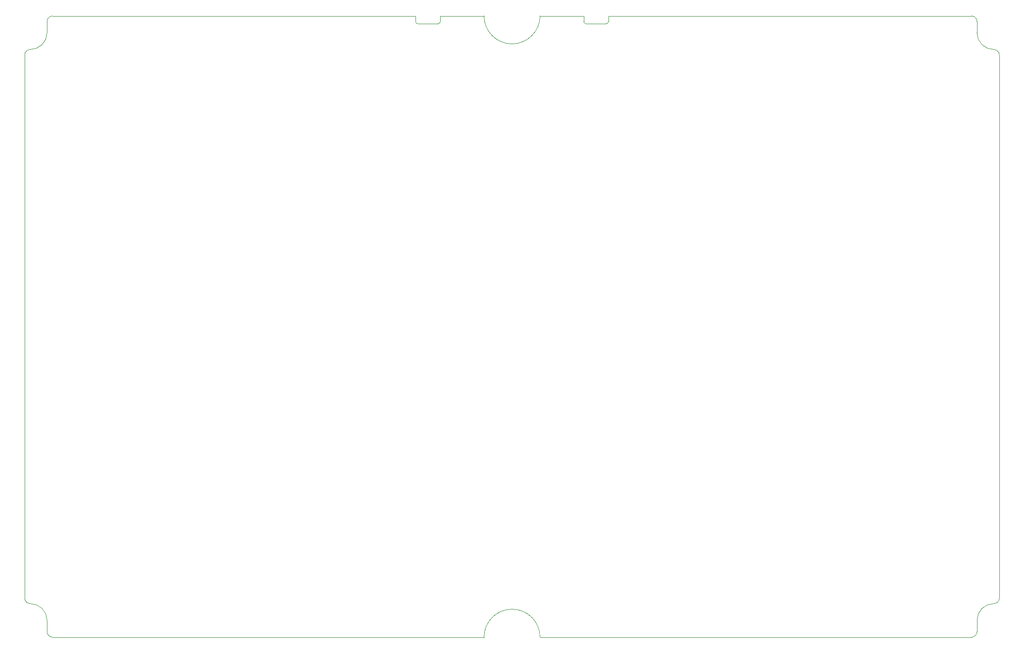
<source format=gm1>
G04 #@! TF.GenerationSoftware,KiCad,Pcbnew,8.0.6+1*
G04 #@! TF.CreationDate,2024-12-16T18:12:14+00:00*
G04 #@! TF.ProjectId,pedalboard-hw,70656461-6c62-46f6-9172-642d68772e6b,4.0.1-RC*
G04 #@! TF.SameCoordinates,Original*
G04 #@! TF.FileFunction,Profile,NP*
%FSLAX46Y46*%
G04 Gerber Fmt 4.6, Leading zero omitted, Abs format (unit mm)*
G04 Created by KiCad (PCBNEW 8.0.6+1) date 2024-12-16 18:12:14*
%MOMM*%
%LPD*%
G01*
G04 APERTURE LIST*
G04 #@! TA.AperFunction,Profile*
%ADD10C,0.100000*%
G04 #@! TD*
G04 APERTURE END LIST*
D10*
X122200000Y-20000000D02*
X187000000Y-20000000D01*
X18000000Y-124000000D02*
X18000000Y-27000000D01*
X23000000Y-131000000D02*
G75*
G02*
X22000000Y-130000000I0J1000000D01*
G01*
X100000000Y-131000000D02*
G75*
G02*
X110000000Y-131000000I5000000J0D01*
G01*
X23000000Y-131000000D02*
X100000000Y-131000000D01*
X118200000Y-21400000D02*
G75*
G02*
X117800000Y-21000000I0J400000D01*
G01*
X110000000Y-20000000D02*
G75*
G02*
X100000000Y-20000000I-5000000J0D01*
G01*
X88200000Y-21400000D02*
G75*
G02*
X87800000Y-21000000I0J400000D01*
G01*
X188000000Y-130000000D02*
G75*
G02*
X187000000Y-131000000I-1000000J0D01*
G01*
X118200000Y-21400000D02*
X121799998Y-21400002D01*
X191000000Y-26000000D02*
G75*
G02*
X188000000Y-23000000I0J3000000D01*
G01*
X19000000Y-125000000D02*
G75*
G02*
X18000000Y-124000000I0J1000000D01*
G01*
X18000000Y-27000000D02*
G75*
G02*
X19000000Y-26000000I1000000J0D01*
G01*
X191000000Y-26000000D02*
G75*
G02*
X192000000Y-27000000I0J-1000000D01*
G01*
X110000000Y-20000000D02*
X117800000Y-20000000D01*
X192000000Y-27000000D02*
X192000000Y-124000000D01*
X19000000Y-125000000D02*
G75*
G02*
X22000000Y-128000000I0J-3000000D01*
G01*
X188000000Y-128000000D02*
X188000000Y-130000000D01*
X117800000Y-20000000D02*
X117800000Y-21000000D01*
X92200000Y-21000000D02*
X92200000Y-20000000D01*
X188000000Y-21000000D02*
X188000000Y-23000000D01*
X92200000Y-20000000D02*
X100000000Y-20000000D01*
X92200000Y-21000000D02*
G75*
G02*
X91800000Y-21400000I-400000J0D01*
G01*
X87800000Y-20000000D02*
X87800000Y-21000000D01*
X22000000Y-23000000D02*
G75*
G02*
X19000000Y-26000000I-3000000J0D01*
G01*
X88200000Y-21400000D02*
X91800000Y-21400000D01*
X22000000Y-21000000D02*
G75*
G02*
X23000000Y-20000000I1000000J0D01*
G01*
X87800000Y-20000000D02*
X23000000Y-20000000D01*
X22000000Y-21000000D02*
X22000000Y-23000000D01*
X122200000Y-21000000D02*
G75*
G02*
X121799998Y-21400000I-400000J0D01*
G01*
X192000000Y-124000000D02*
G75*
G02*
X191000000Y-125000000I-1000000J0D01*
G01*
X122200000Y-21000000D02*
X122200000Y-20000000D01*
X110000000Y-131000000D02*
X187000000Y-131000000D01*
X22000000Y-128000000D02*
X22000000Y-130000000D01*
X188000000Y-128000000D02*
G75*
G02*
X191000000Y-125000000I3000000J0D01*
G01*
X187000000Y-20000000D02*
G75*
G02*
X188000000Y-21000000I0J-1000000D01*
G01*
M02*

</source>
